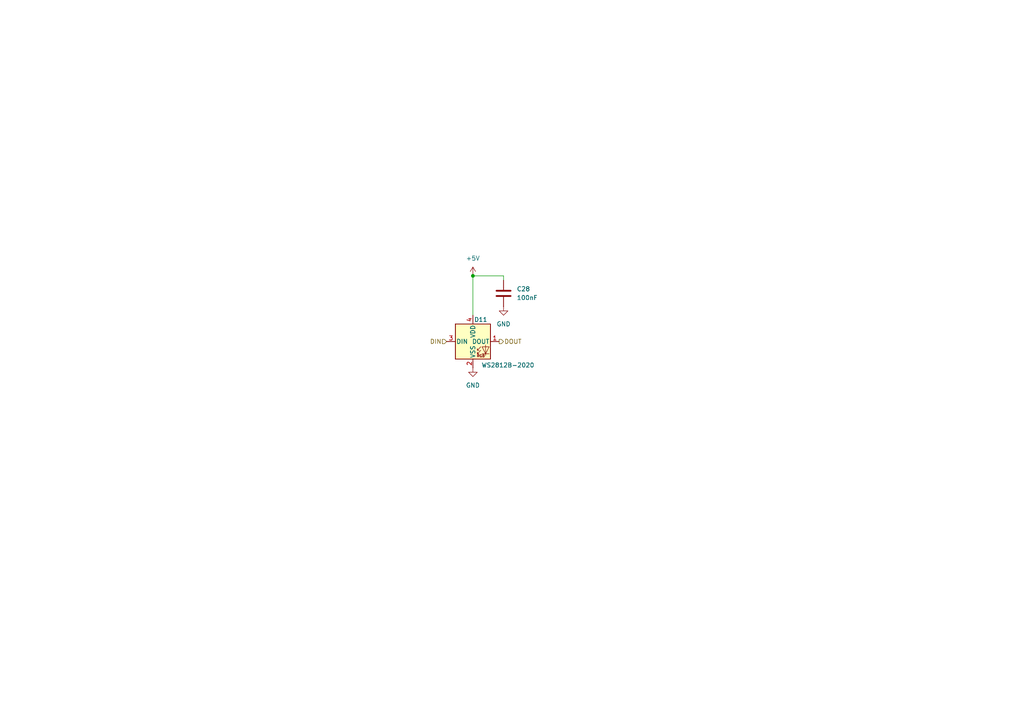
<source format=kicad_sch>
(kicad_sch (version 20231120) (generator "eeschema") (generator_version "8.0")
  (paper "A4")
  (lib_symbols
    (symbol "Device:C" (pin_numbers hide) (pin_names (offset 0.254))
      (property "Reference" "C" (at 0.635 2.54 0))
      (property "Value" "C" (at 0.635 -2.54 0))
      (symbol "C_0_1"
        (polyline (pts (xy -2.032 -0.762) (xy 2.032 -0.762)) (stroke (width 0.508)))
        (polyline (pts (xy -2.032 0.762) (xy 2.032 0.762)) (stroke (width 0.508)))
      )
      (symbol "C_1_1"
        (pin passive line (at 0 3.81 270) (length 2.794) (name "~") (number "1"))
        (pin passive line (at 0 -3.81 90) (length 2.794) (name "~") (number "2"))
      )
    )
    (symbol "LED:WS2812B-2020" (pin_names (offset 0.254))
      (property "Reference" "D" (at 5.08 5.715 0))
      (property "Value" "WS2812B-2020" (at 1.27 -5.715 0))
      (symbol "WS2812B-2020_0_0"
        (text "RGB" (at 2.286 -4.191 0) (effects (font (size 0.762 0.762))))
      )
      (symbol "WS2812B-2020_0_1"
        (polyline (pts (xy 1.27 -3.556) (xy 1.778 -3.556)))
        (polyline (pts (xy 1.27 -2.54) (xy 1.778 -2.54)))
        (polyline (pts (xy 4.699 -3.556) (xy 2.667 -3.556)))
        (polyline (pts (xy 2.286 -2.54) (xy 1.27 -3.556) (xy 1.27 -3.048)))
        (polyline (pts (xy 2.286 -1.524) (xy 1.27 -2.54) (xy 1.27 -2.032)))
        (polyline (pts (xy 3.683 -1.016) (xy 3.683 -3.556) (xy 3.683 -4.064)))
        (polyline (pts (xy 4.699 -1.524) (xy 2.667 -1.524) (xy 3.683 -3.556) (xy 4.699 -1.524)))
        (rectangle (start 5.08 5.08) (end -5.08 -5.08) (stroke (width 0.254)) (fill (type background)))
      )
      (symbol "WS2812B-2020_1_1"
        (pin output line (at 7.62 0 180) (length 2.54) (name "DOUT") (number "1"))
        (pin power_in line (at 0 -7.62 90) (length 2.54) (name "VSS") (number "2"))
        (pin input line (at -7.62 0 0) (length 2.54) (name "DIN") (number "3"))
        (pin power_in line (at 0 7.62 270) (length 2.54) (name "VDD") (number "4"))
      )
    )
    (symbol "power:+5V" (power) (pin_numbers hide) (pin_names (offset 0) hide)
      (property "Value" "+5V" (at 0 3.556 0))
      (symbol "+5V_0_1"
        (polyline (pts (xy -0.762 1.27) (xy 0 2.54)))
        (polyline (pts (xy 0 0) (xy 0 2.54)))
        (polyline (pts (xy 0 2.54) (xy 0.762 1.27)))
      )
      (symbol "+5V_1_1"
        (pin power_in line (at 0 0 90) (length 0) (name "~") (number "1"))
      )
    )
    (symbol "power:GND" (power) (pin_numbers hide) (pin_names (offset 0) hide)
      (property "Value" "GND" (at 0 -3.81 0))
      (symbol "GND_0_1"
        (polyline (pts (xy 0 0) (xy 0 -1.27) (xy 1.27 -1.27) (xy 0 -2.54) (xy -1.27 -1.27) (xy 0 -1.27)))
      )
      (symbol "GND_1_1"
        (pin power_in line (at 0 0 270) (length 0) (name "~") (number "1"))
      )
    )
  )
  (junction (at 137.16 80.01))
  (wire (pts (xy 137.16 80.01) (xy 137.16 91.44)))
  (wire (pts (xy 146.05 81.28) (xy 146.05 80.01)))
  (wire (pts (xy 137.16 80.01) (xy 146.05 80.01)))
  (hierarchical_label "DOUT" (shape output) (at 144.78 99.06 0))
  (hierarchical_label "DIN" (shape input) (at 129.54 99.06 180))
  (symbol (lib_id "LED:WS2812B-2020") (at 137.16 99.06 0) (unit 1)
    (property "Reference" "D11" (at 139.446 92.71 0))
    (property "Value" "WS2812B-2020" (at 147.32 105.918 0))
    (property "Footprint" "LED_SMD:LED_WS2812B-2020_PLCC4_2.0x2.0mm" (effects (hide yes)))
    (property "Datasheet" "https://cdn-shop.adafruit.com/product-files/4684/4684_WS2812B-2020_V1.3_EN.pdf" (effects (hide yes)))
    (property "Description" "RGB LED with integrated controller, 2.0 x 2.0 mm, 12 mA" (effects (hide yes)))
    (property "MPN" "XL-2020RGBC-WS2812B" (effects (hide yes)))
    (property "LCSC" "C5349955" (effects (hide yes)))
    (property "JLCPCB Rotation Offset" "-180" (effects (hide yes)))
    (instances (project "HollyJollyV1" (path "" (reference "D11") (unit 1)) (path "" (reference "D32") (unit 1)) (path "" (reference "D31") (unit 1)) (path "" (reference "D30") (unit 1)) (path "" (reference "D29") (unit 1)) (path "" (reference "D27") (unit 1)) (path "" (reference "D26") (unit 1)) (path "" (reference "D2") (unit 1)) (path "" (reference "D3") (unit 1)) (path "" (reference "D4") (unit 1)) (path "" (reference "D5") (unit 1)) (path "" (reference "D6") (unit 1)) (path "" (reference "D7") (unit 1)) (path "" (reference "D8") (unit 1)) (path "" (reference "D9") (unit 1)) (path "" (reference "D10") (unit 1)) (path "" (reference "D1") (unit 1)) (path "" (reference "D12") (unit 1)) (path "" (reference "D14") (unit 1)) (path "" (reference "D13") (unit 1)) (path "" (reference "D15") (unit 1)) (path "" (reference "D16") (unit 1)) (path "" (reference "D17") (unit 1)) (path "" (reference "D18") (unit 1)) (path "" (reference "D19") (unit 1)) (path "" (reference "D20") (unit 1)) (path "" (reference "D21") (unit 1)) (path "" (reference "D22") (unit 1)) (path "" (reference "D23") (unit 1)) (path "" (reference "D24") (unit 1)) (path "" (reference "D25") (unit 1)) (path "" (reference "D28") (unit 1))))
  )
  (symbol (lib_id "power:GND") (at 146.05 88.9 0) (unit 1)
    (property "Reference" "#PWR056" (effects (hide yes)))
    (property "Value" "GND" (at 146.05 93.98 0))
    (property "Description" "Power symbol creates a global label with name \"GND\" , ground" (effects (hide yes)))
    (instances (project "HollyJollyV1" (path "" (reference "#PWR056") (unit 1)) (path "" (reference "#PWR0122") (unit 1)) (path "" (reference "#PWR0119") (unit 1)) (path "" (reference "#PWR0116") (unit 1)) (path "" (reference "#PWR0113") (unit 1)) (path "" (reference "#PWR0107") (unit 1)) (path "" (reference "#PWR0104") (unit 1)) (path "" (reference "#PWR029") (unit 1)) (path "" (reference "#PWR032") (unit 1)) (path "" (reference "#PWR035") (unit 1)) (path "" (reference "#PWR038") (unit 1)) (path "" (reference "#PWR041") (unit 1)) (path "" (reference "#PWR044") (unit 1)) (path "" (reference "#PWR047") (unit 1)) (path "" (reference "#PWR050") (unit 1)) (path "" (reference "#PWR053") (unit 1)) (path "" (reference "#PWR026") (unit 1)) (path "" (reference "#PWR059") (unit 1)) (path "" (reference "#PWR065") (unit 1)) (path "" (reference "#PWR062") (unit 1)) (path "" (reference "#PWR068") (unit 1)) (path "" (reference "#PWR071") (unit 1)) (path "" (reference "#PWR074") (unit 1)) (path "" (reference "#PWR077") (unit 1)) (path "" (reference "#PWR080") (unit 1)) (path "" (reference "#PWR083") (unit 1)) (path "" (reference "#PWR086") (unit 1)) (path "" (reference "#PWR089") (unit 1)) (path "" (reference "#PWR092") (unit 1)) (path "" (reference "#PWR095") (unit 1)) (path "" (reference "#PWR098") (unit 1)) (path "" (reference "#PWR0110") (unit 1))))
  )
  (symbol (lib_id "power:+5V") (at 137.16 80.01 0) (unit 1)
    (property "Reference" "#PWR054" (effects (hide yes)))
    (property "Value" "+5V" (at 137.16 74.93 0))
    (property "Description" "Power symbol creates a global label with name \"+5V\"" (effects (hide yes)))
    (instances (project "HollyJollyV1" (path "" (reference "#PWR054") (unit 1)) (path "" (reference "#PWR0120") (unit 1)) (path "" (reference "#PWR0117") (unit 1)) (path "" (reference "#PWR0114") (unit 1)) (path "" (reference "#PWR0111") (unit 1)) (path "" (reference "#PWR0105") (unit 1)) (path "" (reference "#PWR0102") (unit 1)) (path "" (reference "#PWR027") (unit 1)) (path "" (reference "#PWR030") (unit 1)) (path "" (reference "#PWR033") (unit 1)) (path "" (reference "#PWR036") (unit 1)) (path "" (reference "#PWR039") (unit 1)) (path "" (reference "#PWR042") (unit 1)) (path "" (reference "#PWR045") (unit 1)) (path "" (reference "#PWR048") (unit 1)) (path "" (reference "#PWR051") (unit 1)) (path "" (reference "#PWR01") (unit 1)) (path "" (reference "#PWR057") (unit 1)) (path "" (reference "#PWR063") (unit 1)) (path "" (reference "#PWR060") (unit 1)) (path "" (reference "#PWR066") (unit 1)) (path "" (reference "#PWR069") (unit 1)) (path "" (reference "#PWR072") (unit 1)) (path "" (reference "#PWR075") (unit 1)) (path "" (reference "#PWR078") (unit 1)) (path "" (reference "#PWR081") (unit 1)) (path "" (reference "#PWR084") (unit 1)) (path "" (reference "#PWR087") (unit 1)) (path "" (reference "#PWR090") (unit 1)) (path "" (reference "#PWR093") (unit 1)) (path "" (reference "#PWR096") (unit 1)) (path "" (reference "#PWR0108") (unit 1))))
  )
  (symbol (lib_id "power:GND") (at 137.16 106.68 0) (unit 1)
    (property "Reference" "#PWR055" (effects (hide yes)))
    (property "Value" "GND" (at 137.16 111.76 0))
    (property "Description" "Power symbol creates a global label with name \"GND\" , ground" (effects (hide yes)))
    (instances (project "HollyJollyV1" (path "" (reference "#PWR055") (unit 1)) (path "" (reference "#PWR0121") (unit 1)) (path "" (reference "#PWR0118") (unit 1)) (path "" (reference "#PWR0115") (unit 1)) (path "" (reference "#PWR0112") (unit 1)) (path "" (reference "#PWR0106") (unit 1)) (path "" (reference "#PWR0103") (unit 1)) (path "" (reference "#PWR028") (unit 1)) (path "" (reference "#PWR031") (unit 1)) (path "" (reference "#PWR034") (unit 1)) (path "" (reference "#PWR037") (unit 1)) (path "" (reference "#PWR040") (unit 1)) (path "" (reference "#PWR043") (unit 1)) (path "" (reference "#PWR046") (unit 1)) (path "" (reference "#PWR049") (unit 1)) (path "" (reference "#PWR052") (unit 1)) (path "" (reference "#PWR02") (unit 1)) (path "" (reference "#PWR058") (unit 1)) (path "" (reference "#PWR064") (unit 1)) (path "" (reference "#PWR061") (unit 1)) (path "" (reference "#PWR067") (unit 1)) (path "" (reference "#PWR070") (unit 1)) (path "" (reference "#PWR073") (unit 1)) (path "" (reference "#PWR076") (unit 1)) (path "" (reference "#PWR079") (unit 1)) (path "" (reference "#PWR082") (unit 1)) (path "" (reference "#PWR085") (unit 1)) (path "" (reference "#PWR088") (unit 1)) (path "" (reference "#PWR091") (unit 1)) (path "" (reference "#PWR094") (unit 1)) (path "" (reference "#PWR097") (unit 1)) (path "" (reference "#PWR0109") (unit 1))))
  )
  (symbol (lib_id "Device:C") (at 146.05 85.09 0) (unit 1)
    (property "Reference" "C28" (at 149.86 83.8199 0) (effects (justify left)))
    (property "Value" "100nF" (at 149.86 86.3599 0) (effects (justify left)))
    (property "Footprint" "Capacitor_SMD:C_0402_1005Metric" (effects (hide yes)))
    (property "Description" "Unpolarized capacitor" (effects (hide yes)))
    (property "MPN" "CL05B104KO5NNNC" (effects (hide yes)))
    (property "LCSC" "C1525" (effects (hide yes)))
    (instances (project "HollyJollyV1" (path "" (reference "C28") (unit 1)) (path "" (reference "C50") (unit 1)) (path "" (reference "C49") (unit 1)) (path "" (reference "C48") (unit 1)) (path "" (reference "C47") (unit 1)) (path "" (reference "C45") (unit 1)) (path "" (reference "C44") (unit 1)) (path "" (reference "C19") (unit 1)) (path "" (reference "C20") (unit 1)) (path "" (reference "C21") (unit 1)) (path "" (reference "C22") (unit 1)) (path "" (reference "C23") (unit 1)) (path "" (reference "C24") (unit 1)) (path "" (reference "C25") (unit 1)) (path "" (reference "C26") (unit 1)) (path "" (reference "C27") (unit 1)) (path "" (reference "C18") (unit 1)) (path "" (reference "C29") (unit 1)) (path "" (reference "C31") (unit 1)) (path "" (reference "C30") (unit 1)) (path "" (reference "C32") (unit 1)) (path "" (reference "C33") (unit 1)) (path "" (reference "C34") (unit 1)) (path "" (reference "C35") (unit 1)) (path "" (reference "C36") (unit 1)) (path "" (reference "C37") (unit 1)) (path "" (reference "C38") (unit 1)) (path "" (reference "C39") (unit 1)) (path "" (reference "C40") (unit 1)) (path "" (reference "C41") (unit 1)) (path "" (reference "C42") (unit 1)) (path "" (reference "C46") (unit 1))))
  )
)
</source>
